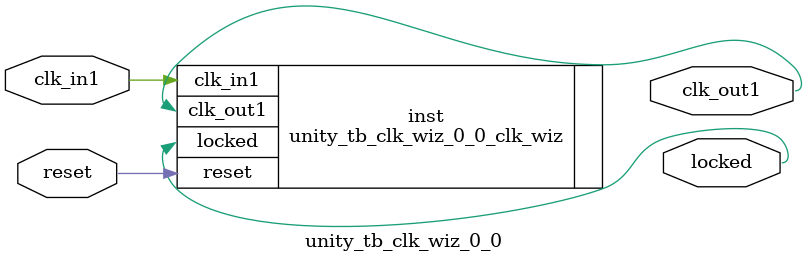
<source format=v>


`timescale 1ps/1ps

(* CORE_GENERATION_INFO = "unity_tb_clk_wiz_0_0,clk_wiz_v5_3_2_0,{component_name=unity_tb_clk_wiz_0_0,use_phase_alignment=true,use_min_o_jitter=false,use_max_i_jitter=false,use_dyn_phase_shift=false,use_inclk_switchover=false,use_dyn_reconfig=false,enable_axi=0,feedback_source=FDBK_AUTO,PRIMITIVE=MMCM,num_out_clk=1,clkin1_period=10.0,clkin2_period=10.0,use_power_down=false,use_reset=true,use_locked=true,use_inclk_stopped=false,feedback_type=SINGLE,CLOCK_MGR_TYPE=NA,manual_override=false}" *)

module unity_tb_clk_wiz_0_0 
 (
  // Clock out ports
  output        clk_out1,
  // Status and control signals
  input         reset,
  output        locked,
 // Clock in ports
  input         clk_in1
 );

  unity_tb_clk_wiz_0_0_clk_wiz inst
  (
  // Clock out ports  
  .clk_out1(clk_out1),
  // Status and control signals               
  .reset(reset), 
  .locked(locked),
 // Clock in ports
  .clk_in1(clk_in1)
  );

endmodule

</source>
